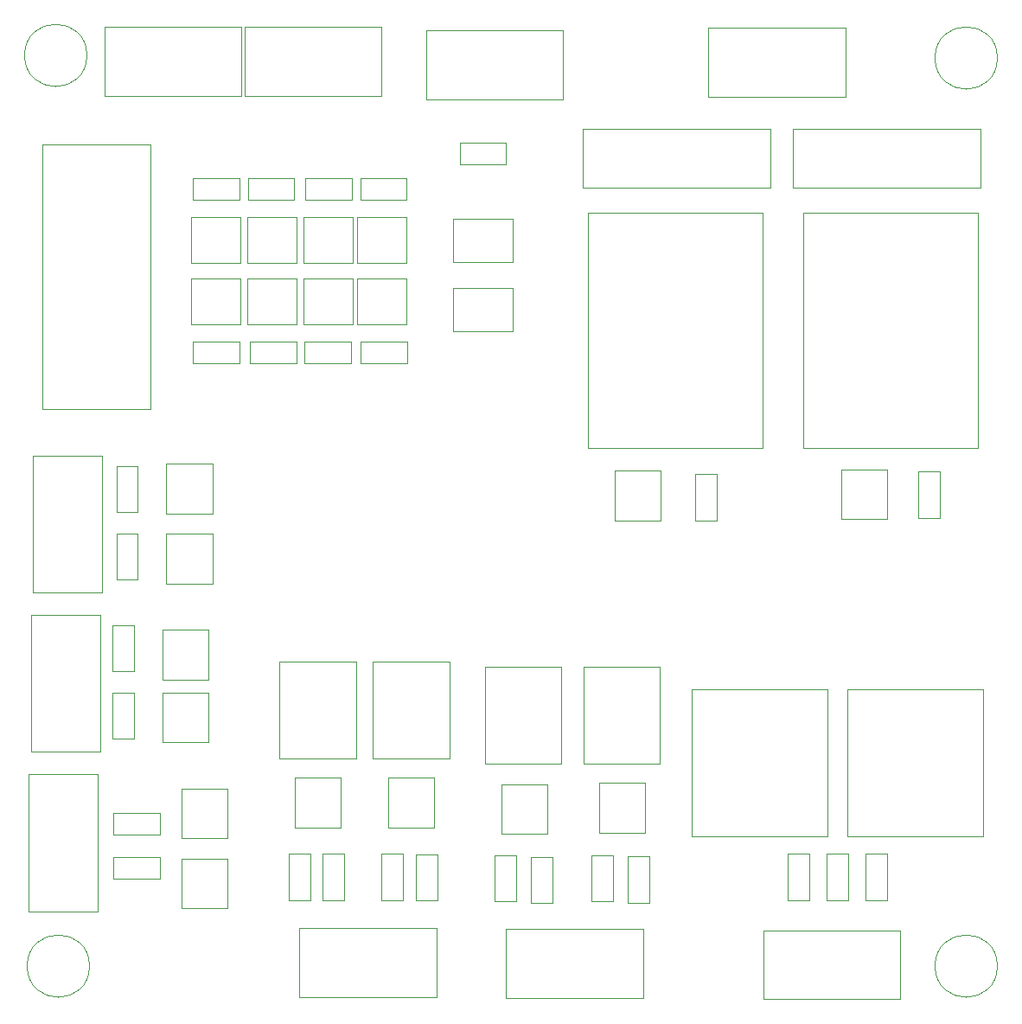
<source format=gbr>
%TF.GenerationSoftware,KiCad,Pcbnew,(6.0.2)*%
%TF.CreationDate,2022-08-02T15:54:41+01:00*%
%TF.ProjectId,testing_board,74657374-696e-4675-9f62-6f6172642e6b,rev?*%
%TF.SameCoordinates,Original*%
%TF.FileFunction,Other,User*%
%FSLAX46Y46*%
G04 Gerber Fmt 4.6, Leading zero omitted, Abs format (unit mm)*
G04 Created by KiCad (PCBNEW (6.0.2)) date 2022-08-02 15:54:41*
%MOMM*%
%LPD*%
G01*
G04 APERTURE LIST*
%ADD10C,0.050000*%
G04 APERTURE END LIST*
D10*
%TO.C,D1*%
X99349000Y-96376000D02*
X94849000Y-96376000D01*
X99349000Y-101226000D02*
X99349000Y-96376000D01*
X94849000Y-101226000D02*
X99349000Y-101226000D01*
X94849000Y-96376000D02*
X94849000Y-101226000D01*
%TO.C,D3*%
X78728000Y-100718000D02*
X78728000Y-95868000D01*
X74228000Y-95868000D02*
X74228000Y-100718000D01*
X78728000Y-95868000D02*
X74228000Y-95868000D01*
X74228000Y-100718000D02*
X78728000Y-100718000D01*
%TO.C,D4*%
X52096000Y-86253000D02*
X56596000Y-86253000D01*
X56596000Y-86253000D02*
X56596000Y-81403000D01*
X52096000Y-81403000D02*
X52096000Y-86253000D01*
X56596000Y-81403000D02*
X52096000Y-81403000D01*
%TO.C,D5*%
X56596000Y-87554000D02*
X52096000Y-87554000D01*
X56596000Y-92404000D02*
X56596000Y-87554000D01*
X52096000Y-87554000D02*
X52096000Y-92404000D01*
X52096000Y-92404000D02*
X56596000Y-92404000D01*
%TO.C,D6*%
X52487000Y-69984000D02*
X56987000Y-69984000D01*
X56987000Y-69984000D02*
X56987000Y-65134000D01*
X56987000Y-65134000D02*
X52487000Y-65134000D01*
X52487000Y-65134000D02*
X52487000Y-69984000D01*
%TO.C,D7*%
X52487000Y-76842000D02*
X56987000Y-76842000D01*
X56987000Y-76842000D02*
X56987000Y-71992000D01*
X52487000Y-71992000D02*
X52487000Y-76842000D01*
X56987000Y-71992000D02*
X52487000Y-71992000D01*
%TO.C,D8*%
X69584000Y-100718000D02*
X69584000Y-95868000D01*
X65084000Y-100718000D02*
X69584000Y-100718000D01*
X65084000Y-95868000D02*
X65084000Y-100718000D01*
X69584000Y-95868000D02*
X65084000Y-95868000D01*
%TO.C,D9*%
X76000000Y-40950000D02*
X71150000Y-40950000D01*
X71150000Y-45450000D02*
X76000000Y-45450000D01*
X76000000Y-45450000D02*
X76000000Y-40950000D01*
X71150000Y-40950000D02*
X71150000Y-45450000D01*
%TO.C,D10*%
X65875000Y-40950000D02*
X65875000Y-45450000D01*
X65875000Y-45450000D02*
X70725000Y-45450000D01*
X70725000Y-45450000D02*
X70725000Y-40950000D01*
X70725000Y-40950000D02*
X65875000Y-40950000D01*
%TO.C,D11*%
X60375000Y-45450000D02*
X65225000Y-45450000D01*
X65225000Y-45450000D02*
X65225000Y-40950000D01*
X65225000Y-40950000D02*
X60375000Y-40950000D01*
X60375000Y-40950000D02*
X60375000Y-45450000D01*
%TO.C,D12*%
X54900000Y-45450000D02*
X59750000Y-45450000D01*
X59750000Y-40950000D02*
X54900000Y-40950000D01*
X59750000Y-45450000D02*
X59750000Y-40950000D01*
X54900000Y-40950000D02*
X54900000Y-45450000D01*
%TO.C,D13*%
X54000000Y-101792000D02*
X58500000Y-101792000D01*
X58500000Y-96942000D02*
X54000000Y-96942000D01*
X54000000Y-96942000D02*
X54000000Y-101792000D01*
X58500000Y-101792000D02*
X58500000Y-96942000D01*
%TO.C,D14*%
X58500000Y-108660000D02*
X58500000Y-103810000D01*
X58500000Y-103810000D02*
X54000000Y-103810000D01*
X54000000Y-108660000D02*
X58500000Y-108660000D01*
X54000000Y-103810000D02*
X54000000Y-108660000D01*
%TO.C,D15*%
X71125000Y-46950000D02*
X71125000Y-51450000D01*
X75975000Y-51450000D02*
X75975000Y-46950000D01*
X71125000Y-51450000D02*
X75975000Y-51450000D01*
X75975000Y-46950000D02*
X71125000Y-46950000D01*
%TO.C,D16*%
X70725000Y-46950000D02*
X65875000Y-46950000D01*
X65875000Y-46950000D02*
X65875000Y-51450000D01*
X70725000Y-51450000D02*
X70725000Y-46950000D01*
X65875000Y-51450000D02*
X70725000Y-51450000D01*
%TO.C,D17*%
X60375000Y-46950000D02*
X60375000Y-51450000D01*
X60375000Y-51450000D02*
X65225000Y-51450000D01*
X65225000Y-46950000D02*
X60375000Y-46950000D01*
X65225000Y-51450000D02*
X65225000Y-46950000D01*
%TO.C,D18*%
X59725000Y-46950000D02*
X54875000Y-46950000D01*
X54875000Y-51450000D02*
X59725000Y-51450000D01*
X54875000Y-46950000D02*
X54875000Y-51450000D01*
X59725000Y-51450000D02*
X59725000Y-46950000D01*
%TO.C,J1*%
X99167000Y-110688000D02*
X85767000Y-110688000D01*
X99167000Y-117438000D02*
X99167000Y-110688000D01*
X85767000Y-110688000D02*
X85767000Y-117438000D01*
X85767000Y-117438000D02*
X99167000Y-117438000D01*
%TO.C,J2*%
X78927000Y-117311000D02*
X78927000Y-110561000D01*
X65527000Y-117311000D02*
X78927000Y-117311000D01*
X65527000Y-110561000D02*
X65527000Y-117311000D01*
X78927000Y-110561000D02*
X65527000Y-110561000D01*
%TO.C,J3*%
X46020000Y-93322000D02*
X46020000Y-79922000D01*
X39270000Y-79922000D02*
X39270000Y-93322000D01*
X39270000Y-93322000D02*
X46020000Y-93322000D01*
X46020000Y-79922000D02*
X39270000Y-79922000D01*
%TO.C,J4*%
X39407000Y-64360000D02*
X39407000Y-77760000D01*
X46157000Y-77760000D02*
X46157000Y-64360000D01*
X46157000Y-64360000D02*
X39407000Y-64360000D01*
X39407000Y-77760000D02*
X46157000Y-77760000D01*
%TO.C,J5*%
X110919999Y-117557999D02*
X124319999Y-117557999D01*
X124319999Y-117557999D02*
X124319999Y-110807999D01*
X124319999Y-110807999D02*
X110919999Y-110807999D01*
X110919999Y-110807999D02*
X110919999Y-117557999D01*
%TO.C,R1*%
X99800000Y-103571000D02*
X97700000Y-103571000D01*
X97700000Y-108111000D02*
X99800000Y-108111000D01*
X97700000Y-103571000D02*
X97700000Y-108111000D01*
X99800000Y-108111000D02*
X99800000Y-103571000D01*
%TO.C,R2*%
X88175000Y-103598000D02*
X88175000Y-108138000D01*
X88175000Y-108138000D02*
X90275000Y-108138000D01*
X90275000Y-108138000D02*
X90275000Y-103598000D01*
X90275000Y-103598000D02*
X88175000Y-103598000D01*
%TO.C,R3*%
X76952000Y-107884000D02*
X79052000Y-107884000D01*
X79052000Y-107884000D02*
X79052000Y-103344000D01*
X79052000Y-103344000D02*
X76952000Y-103344000D01*
X76952000Y-103344000D02*
X76952000Y-107884000D01*
%TO.C,R4*%
X49300000Y-80906000D02*
X47200000Y-80906000D01*
X47200000Y-80906000D02*
X47200000Y-85446000D01*
X47200000Y-85446000D02*
X49300000Y-85446000D01*
X49300000Y-85446000D02*
X49300000Y-80906000D01*
%TO.C,R5*%
X49300000Y-92050000D02*
X49300000Y-87510000D01*
X47200000Y-87510000D02*
X47200000Y-92050000D01*
X49300000Y-87510000D02*
X47200000Y-87510000D01*
X47200000Y-92050000D02*
X49300000Y-92050000D01*
%TO.C,R6*%
X47591000Y-65344000D02*
X47591000Y-69884000D01*
X47591000Y-69884000D02*
X49691000Y-69884000D01*
X49691000Y-69884000D02*
X49691000Y-65344000D01*
X49691000Y-65344000D02*
X47591000Y-65344000D01*
%TO.C,R7*%
X49691000Y-71948000D02*
X47591000Y-71948000D01*
X47591000Y-76488000D02*
X49691000Y-76488000D01*
X49691000Y-76488000D02*
X49691000Y-71948000D01*
X47591000Y-71948000D02*
X47591000Y-76488000D01*
%TO.C,R8*%
X94144000Y-103444000D02*
X94144000Y-107984000D01*
X96244000Y-107984000D02*
X96244000Y-103444000D01*
X94144000Y-107984000D02*
X96244000Y-107984000D01*
X96244000Y-103444000D02*
X94144000Y-103444000D01*
%TO.C,R9*%
X75623000Y-107857000D02*
X75623000Y-103317000D01*
X73523000Y-107857000D02*
X75623000Y-107857000D01*
X75623000Y-103317000D02*
X73523000Y-103317000D01*
X73523000Y-103317000D02*
X73523000Y-107857000D01*
%TO.C,R10*%
X64506000Y-107857000D02*
X66606000Y-107857000D01*
X66606000Y-103317000D02*
X64506000Y-103317000D01*
X66606000Y-107857000D02*
X66606000Y-103317000D01*
X64506000Y-103317000D02*
X64506000Y-107857000D01*
%TO.C,R11*%
X69908000Y-107857000D02*
X69908000Y-103317000D01*
X69908000Y-103317000D02*
X67808000Y-103317000D01*
X67808000Y-103317000D02*
X67808000Y-107857000D01*
X67808000Y-107857000D02*
X69908000Y-107857000D01*
%TO.C,R12*%
X84619000Y-107984000D02*
X86719000Y-107984000D01*
X84619000Y-103444000D02*
X84619000Y-107984000D01*
X86719000Y-107984000D02*
X86719000Y-103444000D01*
X86719000Y-103444000D02*
X84619000Y-103444000D01*
%TO.C,R13*%
X76020000Y-39250000D02*
X76020000Y-37150000D01*
X76020000Y-37150000D02*
X71480000Y-37150000D01*
X71480000Y-39250000D02*
X76020000Y-39250000D01*
X71480000Y-37150000D02*
X71480000Y-39250000D01*
%TO.C,R14*%
X70620000Y-37150000D02*
X66080000Y-37150000D01*
X66080000Y-39250000D02*
X70620000Y-39250000D01*
X66080000Y-37150000D02*
X66080000Y-39250000D01*
X70620000Y-39250000D02*
X70620000Y-37150000D01*
%TO.C,R15*%
X60480000Y-37150000D02*
X60480000Y-39250000D01*
X65020000Y-37150000D02*
X60480000Y-37150000D01*
X60480000Y-39250000D02*
X65020000Y-39250000D01*
X65020000Y-39250000D02*
X65020000Y-37150000D01*
%TO.C,R16*%
X55080000Y-37150000D02*
X55080000Y-39250000D01*
X59620000Y-39250000D02*
X59620000Y-37150000D01*
X55080000Y-39250000D02*
X59620000Y-39250000D01*
X59620000Y-37150000D02*
X55080000Y-37150000D01*
%TO.C,R17*%
X117137999Y-107849999D02*
X119237999Y-107849999D01*
X119237999Y-107849999D02*
X119237999Y-103309999D01*
X119237999Y-103309999D02*
X117137999Y-103309999D01*
X117137999Y-103309999D02*
X117137999Y-107849999D01*
%TO.C,R18*%
X81199000Y-35825000D02*
X85739000Y-35825000D01*
X81199000Y-33725000D02*
X81199000Y-35825000D01*
X85739000Y-35825000D02*
X85739000Y-33725000D01*
X85739000Y-33725000D02*
X81199000Y-33725000D01*
%TO.C,R19*%
X115427999Y-107849999D02*
X115427999Y-103309999D01*
X113327999Y-103309999D02*
X113327999Y-107849999D01*
X113327999Y-107849999D02*
X115427999Y-107849999D01*
X115427999Y-103309999D02*
X113327999Y-103309999D01*
%TO.C,R20*%
X104306000Y-70704000D02*
X106406000Y-70704000D01*
X106406000Y-70704000D02*
X106406000Y-66164000D01*
X106406000Y-66164000D02*
X104306000Y-66164000D01*
X104306000Y-66164000D02*
X104306000Y-70704000D01*
%TO.C,R21*%
X47326000Y-103656000D02*
X47326000Y-105756000D01*
X51866000Y-103656000D02*
X47326000Y-103656000D01*
X51866000Y-105756000D02*
X51866000Y-103656000D01*
X47326000Y-105756000D02*
X51866000Y-105756000D01*
%TO.C,R22*%
X76070000Y-53150000D02*
X71530000Y-53150000D01*
X71530000Y-55250000D02*
X76070000Y-55250000D01*
X71530000Y-53150000D02*
X71530000Y-55250000D01*
X76070000Y-55250000D02*
X76070000Y-53150000D01*
%TO.C,R23*%
X70570000Y-55250000D02*
X70570000Y-53150000D01*
X66030000Y-53150000D02*
X66030000Y-55250000D01*
X70570000Y-53150000D02*
X66030000Y-53150000D01*
X66030000Y-55250000D02*
X70570000Y-55250000D01*
%TO.C,R24*%
X65220000Y-53150000D02*
X60680000Y-53150000D01*
X60680000Y-55250000D02*
X65220000Y-55250000D01*
X60680000Y-53150000D02*
X60680000Y-55250000D01*
X65220000Y-55250000D02*
X65220000Y-53150000D01*
%TO.C,R25*%
X55080000Y-55250000D02*
X59620000Y-55250000D01*
X59620000Y-55250000D02*
X59620000Y-53150000D01*
X59620000Y-53150000D02*
X55080000Y-53150000D01*
X55080000Y-53150000D02*
X55080000Y-55250000D01*
%TO.C,RV1*%
X132497999Y-87199999D02*
X119197999Y-87199999D01*
X119197999Y-87199999D02*
X119197999Y-101599999D01*
X119197999Y-101599999D02*
X132497999Y-101599999D01*
X132497999Y-101599999D02*
X132497999Y-87199999D01*
%TO.C,RV2*%
X117257999Y-87199999D02*
X103957999Y-87199999D01*
X103957999Y-101599999D02*
X117257999Y-101599999D01*
X103957999Y-87199999D02*
X103957999Y-101599999D01*
X117257999Y-101599999D02*
X117257999Y-87199999D01*
%TO.C,SW1*%
X93313000Y-84964000D02*
X93563000Y-84964000D01*
X93313000Y-94214000D02*
X93313000Y-85214000D01*
X100563000Y-94464000D02*
X93563000Y-94464000D01*
X100813000Y-85214000D02*
X100813000Y-94214000D01*
X100813000Y-85214000D02*
X100813000Y-84964000D01*
X93563000Y-84964000D02*
X100563000Y-84964000D01*
X100563000Y-94464000D02*
X100813000Y-94464000D01*
X100813000Y-84964000D02*
X100563000Y-84964000D01*
X93313000Y-85214000D02*
X93313000Y-84964000D01*
X93313000Y-94464000D02*
X93313000Y-94214000D01*
X93563000Y-94464000D02*
X93313000Y-94464000D01*
X100813000Y-94464000D02*
X100813000Y-94214000D01*
%TO.C,SW2*%
X83661000Y-94214000D02*
X83661000Y-85214000D01*
X91161000Y-94464000D02*
X91161000Y-94214000D01*
X91161000Y-85214000D02*
X91161000Y-94214000D01*
X91161000Y-85214000D02*
X91161000Y-84964000D01*
X83661000Y-94464000D02*
X83661000Y-94214000D01*
X91161000Y-84964000D02*
X90911000Y-84964000D01*
X83911000Y-84964000D02*
X90911000Y-84964000D01*
X83661000Y-85214000D02*
X83661000Y-84964000D01*
X83911000Y-94464000D02*
X83661000Y-94464000D01*
X83661000Y-84964000D02*
X83911000Y-84964000D01*
X90911000Y-94464000D02*
X83911000Y-94464000D01*
X90911000Y-94464000D02*
X91161000Y-94464000D01*
%TO.C,SW3*%
X80192000Y-84456000D02*
X79942000Y-84456000D01*
X72692000Y-84456000D02*
X72942000Y-84456000D01*
X72692000Y-93956000D02*
X72692000Y-93706000D01*
X80192000Y-93956000D02*
X80192000Y-93706000D01*
X79942000Y-93956000D02*
X80192000Y-93956000D01*
X80192000Y-84706000D02*
X80192000Y-93706000D01*
X79942000Y-93956000D02*
X72942000Y-93956000D01*
X72692000Y-93706000D02*
X72692000Y-84706000D01*
X72942000Y-84456000D02*
X79942000Y-84456000D01*
X72942000Y-93956000D02*
X72692000Y-93956000D01*
X72692000Y-84706000D02*
X72692000Y-84456000D01*
X80192000Y-84706000D02*
X80192000Y-84456000D01*
%TO.C,SW4*%
X70798000Y-93956000D02*
X71048000Y-93956000D01*
X71048000Y-84706000D02*
X71048000Y-84456000D01*
X63798000Y-93956000D02*
X63548000Y-93956000D01*
X63548000Y-84706000D02*
X63548000Y-84456000D01*
X71048000Y-93956000D02*
X71048000Y-93706000D01*
X63548000Y-84456000D02*
X63798000Y-84456000D01*
X70798000Y-93956000D02*
X63798000Y-93956000D01*
X63548000Y-93956000D02*
X63548000Y-93706000D01*
X63798000Y-84456000D02*
X70798000Y-84456000D01*
X71048000Y-84456000D02*
X70798000Y-84456000D01*
X71048000Y-84706000D02*
X71048000Y-93706000D01*
X63548000Y-93706000D02*
X63548000Y-84706000D01*
%TO.C,U1*%
X86369000Y-41150000D02*
X80569000Y-41150000D01*
X86369000Y-41150000D02*
X86369000Y-45400000D01*
X86369000Y-45400000D02*
X80569000Y-45400000D01*
X80569000Y-41150000D02*
X80569000Y-45400000D01*
%TO.C,U2*%
X86369000Y-47900000D02*
X80569000Y-47900000D01*
X86369000Y-47900000D02*
X86369000Y-52150000D01*
X80569000Y-47900000D02*
X80569000Y-52150000D01*
X86369000Y-52150000D02*
X80569000Y-52150000D01*
%TO.C,J16*%
X77950000Y-29450000D02*
X91350000Y-29450000D01*
X91350000Y-29450000D02*
X91350000Y-22700000D01*
X77950000Y-22700000D02*
X77950000Y-29450000D01*
X91350000Y-22700000D02*
X77950000Y-22700000D01*
%TO.C,R26*%
X123047999Y-103309999D02*
X120947999Y-103309999D01*
X120947999Y-107849999D02*
X123047999Y-107849999D01*
X120947999Y-103309999D02*
X120947999Y-107849999D01*
X123047999Y-107849999D02*
X123047999Y-103309999D01*
%TO.C,D2*%
X85324000Y-96503000D02*
X85324000Y-101353000D01*
X85324000Y-101353000D02*
X89824000Y-101353000D01*
X89824000Y-96503000D02*
X85324000Y-96503000D01*
X89824000Y-101353000D02*
X89824000Y-96503000D01*
%TO.C,D21*%
X118600000Y-70550000D02*
X123100000Y-70550000D01*
X123100000Y-70550000D02*
X123100000Y-65700000D01*
X118600000Y-65700000D02*
X118600000Y-70550000D01*
X123100000Y-65700000D02*
X118600000Y-65700000D01*
%TO.C,D22*%
X96375000Y-70677000D02*
X100875000Y-70677000D01*
X96375000Y-65827000D02*
X96375000Y-70677000D01*
X100875000Y-65827000D02*
X96375000Y-65827000D01*
X100875000Y-70677000D02*
X100875000Y-65827000D01*
%TO.C,J7*%
X46446000Y-22389000D02*
X46446000Y-29139000D01*
X59846000Y-22389000D02*
X46446000Y-22389000D01*
X46446000Y-29139000D02*
X59846000Y-29139000D01*
X59846000Y-29139000D02*
X59846000Y-22389000D01*
%TO.C,J8*%
X60162000Y-29139000D02*
X73562000Y-29139000D01*
X73562000Y-22389000D02*
X60162000Y-22389000D01*
X60162000Y-22389000D02*
X60162000Y-29139000D01*
X73562000Y-29139000D02*
X73562000Y-22389000D01*
%TO.C,J9*%
X105574000Y-22447000D02*
X105574000Y-29197000D01*
X105574000Y-29197000D02*
X118974000Y-29197000D01*
X118974000Y-29197000D02*
X118974000Y-22447000D01*
X118974000Y-22447000D02*
X105574000Y-22447000D01*
%TO.C,R27*%
X51866000Y-101438000D02*
X51866000Y-99338000D01*
X47326000Y-101438000D02*
X51866000Y-101438000D01*
X47326000Y-99338000D02*
X47326000Y-101438000D01*
X51866000Y-99338000D02*
X47326000Y-99338000D01*
%TO.C,R28*%
X126150000Y-65910000D02*
X126150000Y-70450000D01*
X128250000Y-65910000D02*
X126150000Y-65910000D01*
X128250000Y-70450000D02*
X128250000Y-65910000D01*
X126150000Y-70450000D02*
X128250000Y-70450000D01*
%TO.C,RLY1*%
X131940000Y-63615000D02*
X114840000Y-63615000D01*
X114840000Y-63615000D02*
X114840000Y-40515000D01*
X131940000Y-40515000D02*
X131940000Y-63615000D01*
X131940000Y-40515000D02*
X114840000Y-40515000D01*
%TO.C,RLY2*%
X110858000Y-40515000D02*
X93758000Y-40515000D01*
X110858000Y-40515000D02*
X110858000Y-63615000D01*
X93758000Y-63615000D02*
X93758000Y-40515000D01*
X110858000Y-63615000D02*
X93758000Y-63615000D01*
%TO.C,U3*%
X40350000Y-59800000D02*
X50900000Y-59800000D01*
X50900000Y-59800000D02*
X50900000Y-33850000D01*
X40350000Y-33850000D02*
X40350000Y-59800000D01*
X50900000Y-33850000D02*
X40350000Y-33850000D01*
%TO.C,J6*%
X45765000Y-108933000D02*
X45765000Y-95533000D01*
X45765000Y-95533000D02*
X39015000Y-95533000D01*
X39015000Y-108933000D02*
X45765000Y-108933000D01*
X39015000Y-95533000D02*
X39015000Y-108933000D01*
%TO.C,D19*%
X132179000Y-32337000D02*
X113839000Y-32337000D01*
X113839000Y-32337000D02*
X113839000Y-38137000D01*
X132179000Y-38137000D02*
X132179000Y-32337000D01*
X113839000Y-38137000D02*
X132179000Y-38137000D01*
%TO.C,D20*%
X111605000Y-32337000D02*
X93265000Y-32337000D01*
X93265000Y-32337000D02*
X93265000Y-38137000D01*
X93265000Y-38137000D02*
X111605000Y-38137000D01*
X111605000Y-38137000D02*
X111605000Y-32337000D01*
%TO.C,H2*%
X133860000Y-25400000D02*
G75*
G03*
X133860000Y-25400000I-3050000J0D01*
G01*
%TO.C,H3*%
X44960000Y-114300000D02*
G75*
G03*
X44960000Y-114300000I-3050000J0D01*
G01*
%TO.C,H4*%
X133860000Y-114300000D02*
G75*
G03*
X133860000Y-114300000I-3050000J0D01*
G01*
%TO.C,H1*%
X44706000Y-25146000D02*
G75*
G03*
X44706000Y-25146000I-3050000J0D01*
G01*
%TD*%
M02*

</source>
